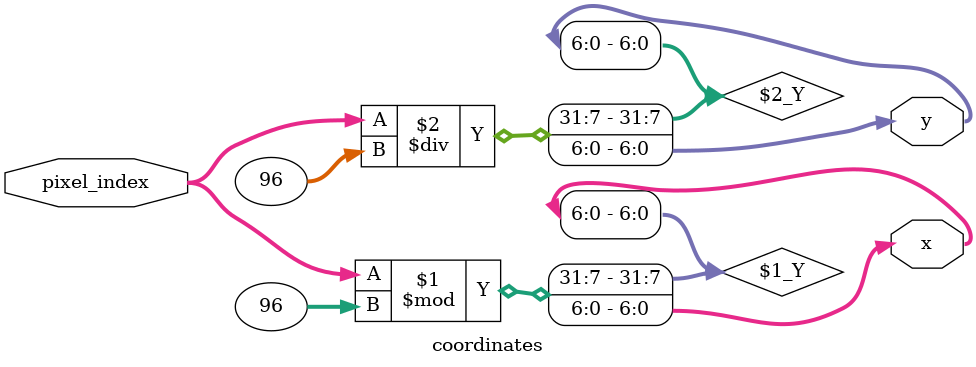
<source format=v>
`timescale 1ns / 1ps


module coordinates(input [12:0] pixel_index,output [6:0] x, output [6:0] y);
    assign x = pixel_index % 96;
    assign y = pixel_index / 96;
endmodule

</source>
